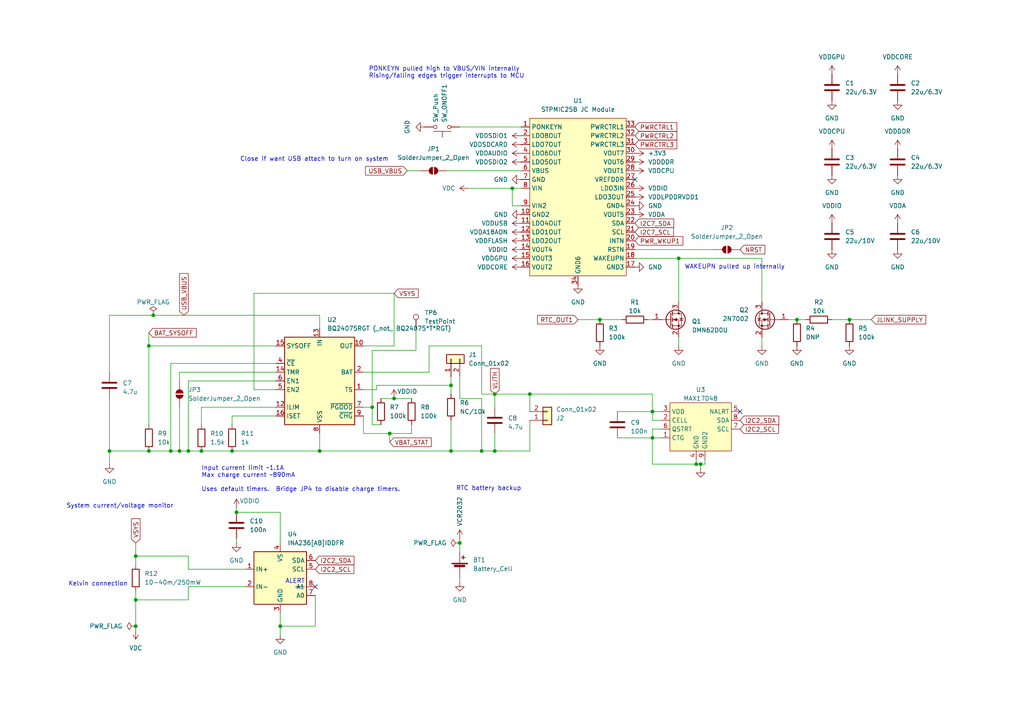
<source format=kicad_sch>
(kicad_sch (version 20250114) (generator "eeschema") (generator_version "9.0")
  (paper "A4")
  (lib_symbols
    (symbol "Battery_Management:BQ24075RGT"
      (property "Reference" "U" (at -8.89 13.97 0))
      (property "Value" "BQ24075RGT" (at 16.51 13.97 0))
      (symbol "BQ24075RGT_0_1"
        (rectangle (start -10.16 12.7) (end 10.16 -12.7) (stroke (width 0.254)) (fill (type background)))
      )
      (symbol "BQ24075RGT_1_1"
        (pin input line (at -12.7 10.16 0) (length 2.54) (name "SYSOFF") (number "15"))
        (pin input line (at -12.7 5.08 0) (length 2.54) (name "~{CE}") (number "4"))
        (pin input line (at -12.7 2.54 0) (length 2.54) (name "TMR") (number "14"))
        (pin input line (at -12.7 0 0) (length 2.54) (name "EN1") (number "6"))
        (pin input line (at -12.7 -2.54 0) (length 2.54) (name "EN2") (number "5"))
        (pin passive line (at -12.7 -7.62 0) (length 2.54) (name "ILIM") (number "12"))
        (pin passive line (at -12.7 -10.16 0) (length 2.54) (name "ISET") (number "16"))
        (pin power_in line (at 0 15.24 270) (length 2.54) (name "IN") (number "13"))
        (pin passive line (at 0 -15.24 90) (length 2.54) (hide yes) (name "VSS") (number "17"))
        (pin power_in line (at 0 -15.24 90) (length 2.54) (name "VSS") (number "8"))
        (pin power_out line (at 12.7 10.16 180) (length 2.54) (name "OUT") (number "10"))
        (pin passive line (at 12.7 10.16 180) (length 2.54) (hide yes) (name "OUT") (number "11"))
        (pin power_out line (at 12.7 2.54 180) (length 2.54) (name "BAT") (number "2"))
        (pin passive line (at 12.7 2.54 180) (length 2.54) (hide yes) (name "BAT") (number "3"))
        (pin passive line (at 12.7 -2.54 180) (length 2.54) (name "TS") (number "1"))
        (pin open_collector line (at 12.7 -7.62 180) (length 2.54) (name "~{PGOOD}") (number "7"))
        (pin open_collector line (at 12.7 -10.16 180) (length 2.54) (name "~{CHG}") (number "9"))
      )
    )
    (symbol "Connector:TestPoint" (pin_numbers (hide yes)) (pin_names (offset 0.762) (hide yes))
      (property "Reference" "TP" (at 0 6.858 0))
      (property "Value" "TestPoint" (at 0 5.08 0))
      (symbol "TestPoint_0_1"
        (circle (center 0 3.302) (radius 0.762))
      )
      (symbol "TestPoint_1_1"
        (pin passive line (at 0 0 90) (length 2.54) (name "1") (number "1"))
      )
    )
    (symbol "Connector_Generic:Conn_01x02" (pin_names (offset 1.016) (hide yes))
      (property "Reference" "J" (at 0 2.54 0))
      (property "Value" "Conn_01x02" (at 0 -5.08 0))
      (symbol "Conn_01x02_1_1"
        (rectangle (start -1.27 1.27) (end 1.27 -3.81) (stroke (width 0.254)) (fill (type background)))
        (rectangle (start -1.27 0.127) (end 0 -0.127) (stroke (width 0.1524)))
        (rectangle (start -1.27 -2.413) (end 0 -2.667) (stroke (width 0.1524)))
        (pin passive line (at -5.08 0 0) (length 3.81) (name "Pin_1") (number "1"))
        (pin passive line (at -5.08 -2.54 0) (length 3.81) (name "Pin_2") (number "2"))
      )
    )
    (symbol "Device:Battery_Cell" (pin_numbers (hide yes)) (pin_names (offset 0) (hide yes))
      (property "Reference" "BT" (at 2.54 2.54 0))
      (property "Value" "Battery_Cell" (at 2.54 0 0))
      (symbol "Battery_Cell_0_1"
        (rectangle (start -2.286 1.778) (end 2.286 1.524) (fill (type outline)))
        (rectangle (start -1.5748 1.1938) (end 1.4732 0.6858) (fill (type outline)))
        (polyline (pts (xy 0 1.778) (xy 0 2.54)))
        (polyline (pts (xy 0 0.762) (xy 0 0)))
        (polyline (pts (xy 0.508 3.429) (xy 1.524 3.429)) (stroke (width 0.254)))
        (polyline (pts (xy 1.016 3.937) (xy 1.016 2.921)) (stroke (width 0.254)))
      )
      (symbol "Battery_Cell_1_1"
        (pin passive line (at 0 5.08 270) (length 2.54) (name "+") (number "1"))
        (pin passive line (at 0 -2.54 90) (length 2.54) (name "-") (number "2"))
      )
    )
    (symbol "Device:C" (pin_numbers (hide yes)) (pin_names (offset 0.254))
      (property "Reference" "C" (at 0.635 2.54 0))
      (property "Value" "C" (at 0.635 -2.54 0))
      (symbol "C_0_1"
        (polyline (pts (xy -2.032 0.762) (xy 2.032 0.762)) (stroke (width 0.508)))
        (polyline (pts (xy -2.032 -0.762) (xy 2.032 -0.762)) (stroke (width 0.508)))
      )
      (symbol "C_1_1"
        (pin passive line (at 0 3.81 270) (length 2.794) (name "~") (number "1"))
        (pin passive line (at 0 -3.81 90) (length 2.794) (name "~") (number "2"))
      )
    )
    (symbol "Device:R" (pin_numbers (hide yes)) (pin_names (offset 0))
      (property "Reference" "R" (at 2.032 0 90))
      (property "Value" "R" (at 0 0 90))
      (symbol "R_0_1"
        (rectangle (start -1.016 -2.54) (end 1.016 2.54) (stroke (width 0.254)))
      )
      (symbol "R_1_1"
        (pin passive line (at 0 3.81 270) (length 1.27) (name "~") (number "1"))
        (pin passive line (at 0 -3.81 90) (length 1.27) (name "~") (number "2"))
      )
    )
    (symbol "Jumper:SolderJumper_2_Open" (pin_numbers (hide yes)) (pin_names (offset 0) (hide yes)) (exclude_from_sim yes) (in_bom no)
      (property "Reference" "JP" (at 0 2.032 0))
      (property "Value" "SolderJumper_2_Open" (at 0 -2.54 0))
      (symbol "SolderJumper_2_Open_0_1"
        (polyline (pts (xy -0.254 1.016) (xy -0.254 -1.016)))
        (arc (start -0.254 -1.016) (mid -1.2656 0) (end -0.254 1.016))
        (arc (start -0.254 -1.016) (mid -1.2656 0) (end -0.254 1.016) (fill (type outline)))
        (arc (start 0.254 1.016) (mid 1.2656 0) (end 0.254 -1.016))
        (arc (start 0.254 1.016) (mid 1.2656 0) (end 0.254 -1.016) (fill (type outline)))
        (polyline (pts (xy 0.254 1.016) (xy 0.254 -1.016)))
      )
      (symbol "SolderJumper_2_Open_1_1"
        (pin passive line (at -3.81 0 0) (length 2.54) (name "A") (number "1"))
        (pin passive line (at 3.81 0 180) (length 2.54) (name "B") (number "2"))
      )
    )
    (symbol "Sensor_Energy:INA219AxDCN"
      (property "Reference" "U" (at -6.35 8.89 0))
      (property "Value" "INA219AxDCN" (at 6.35 8.89 0))
      (symbol "INA219AxDCN_0_1"
        (rectangle (start -7.62 7.62) (end 7.62 -7.62) (stroke (width 0.254)) (fill (type background)))
      )
      (symbol "INA219AxDCN_1_1"
        (pin input line (at -10.16 2.54 0) (length 2.54) (name "IN+") (number "1"))
        (pin input line (at -10.16 -2.54 0) (length 2.54) (name "IN-") (number "2"))
        (pin power_in line (at 0 10.16 270) (length 2.54) (name "VS") (number "4"))
        (pin power_in line (at 0 -10.16 90) (length 2.54) (name "GND") (number "3"))
        (pin bidirectional line (at 10.16 5.08 180) (length 2.54) (name "SDA") (number "6"))
        (pin input line (at 10.16 2.54 180) (length 2.54) (name "SCL") (number "5"))
        (pin input line (at 10.16 -2.54 180) (length 2.54) (name "A1") (number "8"))
        (pin input line (at 10.16 -5.08 180) (length 2.54) (name "A0") (number "7"))
      )
    )
    (symbol "Switch:SW_Push" (pin_numbers (hide yes)) (pin_names (offset 1.016) (hide yes))
      (property "Reference" "SW" (at 1.27 2.54 0))
      (property "Value" "SW_Push" (at 0 -1.524 0))
      (symbol "SW_Push_0_1"
        (circle (center -2.032 0) (radius 0.508))
        (polyline (pts (xy 0 1.27) (xy 0 3.048)))
        (circle (center 2.032 0) (radius 0.508))
        (polyline (pts (xy 2.54 1.27) (xy -2.54 1.27)))
        (pin passive line (at -5.08 0 0) (length 2.54) (name "1") (number "1"))
        (pin passive line (at 5.08 0 180) (length 2.54) (name "2") (number "2"))
      )
    )
    (symbol "Transistor_FET:2N7002" (pin_names (hide yes))
      (property "Reference" "Q" (at 5.08 1.905 0))
      (property "Value" "2N7002" (at 5.08 0 0))
      (symbol "2N7002_0_1"
        (polyline (pts (xy 0.254 1.905) (xy 0.254 -1.905)) (stroke (width 0.254)))
        (polyline (pts (xy 0.254 0) (xy -2.54 0)))
        (polyline (pts (xy 0.762 2.286) (xy 0.762 1.27)) (stroke (width 0.254)))
        (polyline (pts (xy 0.762 0.508) (xy 0.762 -0.508)) (stroke (width 0.254)))
        (polyline (pts (xy 0.762 -1.27) (xy 0.762 -2.286)) (stroke (width 0.254)))
        (polyline (pts (xy 0.762 -1.778) (xy 3.302 -1.778) (xy 3.302 1.778) (xy 0.762 1.778)))
        (polyline (pts (xy 1.016 0) (xy 2.032 0.381) (xy 2.032 -0.381) (xy 1.016 0)) (fill (type outline)))
        (circle (center 1.651 0) (radius 2.794) (stroke (width 0.254)))
        (polyline (pts (xy 2.54 2.54) (xy 2.54 1.778)))
        (circle (center 2.54 1.778) (radius 0.254) (fill (type outline)))
        (circle (center 2.54 -1.778) (radius 0.254) (fill (type outline)))
        (polyline (pts (xy 2.54 -2.54) (xy 2.54 0) (xy 0.762 0)))
        (polyline (pts (xy 2.794 0.508) (xy 2.921 0.381) (xy 3.683 0.381) (xy 3.81 0.254)))
        (polyline (pts (xy 3.302 0.381) (xy 2.921 -0.254) (xy 3.683 -0.254) (xy 3.302 0.381)))
      )
      (symbol "2N7002_1_1"
        (pin input line (at -5.08 0 0) (length 2.54) (name "G") (number "1"))
        (pin passive line (at 2.54 5.08 270) (length 2.54) (name "D") (number "3"))
        (pin passive line (at 2.54 -5.08 90) (length 2.54) (name "S") (number "2"))
      )
    )
    (symbol "gk-syms:MAX17048"
      (property "Reference" "U" (at 0 3.81 0))
      (property "Value" "MAX17048" (at 0 1.27 0))
      (symbol "MAX17048_1_1"
        (rectangle (start -8.89 -2.54) (end 8.89 -16.51) (fill (type background)))
        (pin power_in line (at -11.43 -5.08 0) (length 2.54) (name "VDD") (number "3"))
        (pin power_in line (at -11.43 -7.62 0) (length 2.54) (name "CELL") (number "2"))
        (pin input line (at -11.43 -10.16 0) (length 2.54) (name "QSTRT") (number "6"))
        (pin power_in line (at -11.43 -12.7 0) (length 2.54) (name "CTG") (number "1"))
        (pin power_in line (at -1.27 -19.05 90) (length 2.54) (name "GND") (number "4"))
        (pin power_in line (at 1.27 -19.05 90) (length 2.54) (name "GND2") (number "9"))
        (pin open_collector line (at 11.43 -5.08 180) (length 2.54) (name "NALRT") (number "5"))
        (pin open_collector line (at 11.43 -7.62 180) (length 2.54) (name "SDA") (number "8"))
        (pin open_collector line (at 11.43 -10.16 180) (length 2.54) (name "SCL") (number "7"))
      )
    )
    (symbol "jc_pmic:JC_PMIC"
      (property "Reference" "U" (at 0 26.162 0))
      (symbol "JC_PMIC_1_1"
        (rectangle (start -13.97 22.86) (end 13.97 -22.86) (fill (type background)))
        (pin input line (at -16.51 20.32 0) (length 2.54) (name "PONKEYN") (number "1"))
        (pin power_out line (at -16.51 17.78 0) (length 2.54) (name "LDO8OUT") (number "2"))
        (pin power_out line (at -16.51 15.24 0) (length 2.54) (name "LDO7OUT") (number "3"))
        (pin power_out line (at -16.51 12.7 0) (length 2.54) (name "LDO6OUT") (number "4"))
        (pin power_out line (at -16.51 10.16 0) (length 2.54) (name "LDO5OUT") (number "5"))
        (pin power_in line (at -16.51 7.62 0) (length 2.54) (name "VBUS") (number "6"))
        (pin power_in line (at -16.51 5.08 0) (length 2.54) (name "GND") (number "7"))
        (pin power_in line (at -16.51 2.54 0) (length 2.54) (name "VIN") (number "8"))
        (pin power_in line (at -16.51 -2.54 0) (length 2.54) (name "VIN2") (number "9"))
        (pin power_in line (at -16.51 -5.08 0) (length 2.54) (name "GND2") (number "10"))
        (pin power_out line (at -16.51 -7.62 0) (length 2.54) (name "LDO4OUT") (number "11"))
        (pin power_out line (at -16.51 -10.16 0) (length 2.54) (name "LDO1OUT") (number "12"))
        (pin power_out line (at -16.51 -12.7 0) (length 2.54) (name "LDO2OUT") (number "13"))
        (pin power_out line (at -16.51 -15.24 0) (length 2.54) (name "VOUT4") (number "14"))
        (pin power_out line (at -16.51 -17.78 0) (length 2.54) (name "VOUT3") (number "15"))
        (pin power_out line (at -16.51 -20.32 0) (length 2.54) (name "VOUT2") (number "16"))
        (pin power_in line (at 0 -25.4 90) (length 2.54) (name "GND6") (number "34"))
        (pin input line (at 16.51 20.32 180) (length 2.54) (name "PWRCTRL1") (number "33"))
        (pin input line (at 16.51 17.78 180) (length 2.54) (name "PWRCTRL2") (number "32"))
        (pin input line (at 16.51 15.24 180) (length 2.54) (name "PWRCTRL3") (number "31"))
        (pin power_out line (at 16.51 12.7 180) (length 2.54) (name "VOUT7") (number "30"))
        (pin power_out line (at 16.51 10.16 180) (length 2.54) (name "VOUT6") (number "29"))
        (pin power_out line (at 16.51 7.62 180) (length 2.54) (name "VOUT1") (number "28"))
        (pin power_out line (at 16.51 5.08 180) (length 2.54) (name "VREFDDR") (number "27"))
        (pin power_in line (at 16.51 2.54 180) (length 2.54) (name "LDO3IN") (number "26"))
        (pin power_out line (at 16.51 0 180) (length 2.54) (name "LDO3OUT") (number "25"))
        (pin input line (at 16.51 -2.54 180) (length 2.54) (name "GND4") (number "24"))
        (pin power_out line (at 16.51 -5.08 180) (length 2.54) (name "VOUT5") (number "23"))
        (pin bidirectional line (at 16.51 -7.62 180) (length 2.54) (name "SDA") (number "22"))
        (pin input line (at 16.51 -10.16 180) (length 2.54) (name "SCL") (number "21"))
        (pin output line (at 16.51 -12.7 180) (length 2.54) (name "INTN") (number "20"))
        (pin bidirectional line (at 16.51 -15.24 180) (length 2.54) (name "RSTN") (number "19"))
        (pin input line (at 16.51 -17.78 180) (length 2.54) (name "WAKEUPN") (number "18"))
        (pin power_in line (at 16.51 -20.32 180) (length 2.54) (name "GND3") (number "17"))
      )
    )
    (symbol "power:+3V3" (power) (pin_numbers (hide yes)) (pin_names (offset 0) (hide yes))
      (property "Value" "+3V3" (at 0 3.556 0))
      (symbol "+3V3_0_1"
        (polyline (pts (xy -0.762 1.27) (xy 0 2.54)))
        (polyline (pts (xy 0 2.54) (xy 0.762 1.27)))
        (polyline (pts (xy 0 0) (xy 0 2.54)))
      )
      (symbol "+3V3_1_1"
        (pin power_in line (at 0 0 90) (length 0) (name "~") (number "1"))
      )
    )
    (symbol "power:GND" (power) (pin_numbers (hide yes)) (pin_names (offset 0) (hide yes))
      (property "Value" "GND" (at 0 -3.81 0))
      (symbol "GND_0_1"
        (polyline (pts (xy 0 0) (xy 0 -1.27) (xy 1.27 -1.27) (xy 0 -2.54) (xy -1.27 -1.27) (xy 0 -1.27)))
      )
      (symbol "GND_1_1"
        (pin power_in line (at 0 0 270) (length 0) (name "~") (number "1"))
      )
    )
    (symbol "power:PWR_FLAG" (power) (pin_numbers (hide yes)) (pin_names (offset 0) (hide yes))
      (property "Value" "PWR_FLAG" (at 0 3.81 0))
      (symbol "PWR_FLAG_0_0"
        (pin power_out line (at 0 0 90) (length 0) (name "pwr") (number "1"))
      )
      (symbol "PWR_FLAG_0_1"
        (polyline (pts (xy 0 0) (xy 0 1.27) (xy -1.016 1.905) (xy 0 2.54) (xy 1.016 1.905) (xy 0 1.27)))
      )
    )
    (symbol "power:VDC" (power) (pin_numbers (hide yes)) (pin_names (offset 0) (hide yes))
      (property "Value" "VDC" (at 0 3.556 0))
      (symbol "VDC_0_1"
        (polyline (pts (xy -0.762 1.27) (xy 0 2.54)))
        (polyline (pts (xy 0 2.54) (xy 0.762 1.27)))
        (polyline (pts (xy 0 0) (xy 0 2.54)))
      )
      (symbol "VDC_1_1"
        (pin power_in line (at 0 0 90) (length 0) (name "~") (number "1"))
      )
    )
    (symbol "power:VDD" (power) (pin_numbers (hide yes)) (pin_names (offset 0) (hide yes))
      (property "Value" "VDD" (at 0 3.556 0))
      (symbol "VDD_0_1"
        (polyline (pts (xy -0.762 1.27) (xy 0 2.54)))
        (polyline (pts (xy 0 2.54) (xy 0.762 1.27)))
        (polyline (pts (xy 0 0) (xy 0 2.54)))
      )
      (symbol "VDD_1_1"
        (pin power_in line (at 0 0 90) (length 0) (name "~") (number "1"))
      )
    )
    (symbol "power:VDDA" (power) (pin_numbers (hide yes)) (pin_names (offset 0) (hide yes))
      (property "Value" "VDDA" (at 0 3.556 0))
      (symbol "VDDA_0_1"
        (polyline (pts (xy -0.762 1.27) (xy 0 2.54)))
        (polyline (pts (xy 0 2.54) (xy 0.762 1.27)))
        (polyline (pts (xy 0 0) (xy 0 2.54)))
      )
      (symbol "VDDA_1_1"
        (pin power_in line (at 0 0 90) (length 0) (name "~") (number "1"))
      )
    )
  )
  (text "System current/voltage monitor" (at 34.798 146.812 0) (effects (font (size 1.27 1.27))))
  (text "Input current limit ~1.1A\nMax charge current ~890mA\n\nUses default timers.  Bridge JP4 to disable charge timers." (at 58.42 138.938 0) (effects (font (size 1.27 1.27)) (justify left)))
  (text "RTC battery backup" (at 141.732 141.732 0) (effects (font (size 1.27 1.27))))
  (text "ALERT" (at 85.598 168.656 0) (effects (font (size 1.27 1.27))))
  (text "PONKEYN pulled high to VBUS/VIN internally\nRising/falling edges trigger interrupts to MCU" (at 106.934 21.082 0) (effects (font (size 1.27 1.27)) (justify left)))
  (text "WAKEUPN pulled up internally" (at 213.106 77.47 0) (effects (font (size 1.27 1.27))))
  (text "Kelvin connection" (at 28.448 169.418 0) (effects (font (size 1.27 1.27))))
  (text "Close if want USB attach to turn on system" (at 91.186 46.228 0) (effects (font (size 1.27 1.27))))
  (junction (at 43.18 100.33))
  (junction (at 189.23 127))
  (junction (at 201.93 134.62))
  (junction (at 39.37 181.61))
  (junction (at 54.61 130.81))
  (junction (at 139.7 130.81))
  (junction (at 143.51 130.81))
  (junction (at 203.2 134.62))
  (junction (at 130.81 111.76))
  (junction (at 31.75 130.81))
  (junction (at 68.58 148.59))
  (junction (at 49.53 130.81))
  (junction (at 43.18 130.81))
  (junction (at 114.3 115.57))
  (junction (at 189.23 119.38))
  (junction (at 81.28 181.61))
  (junction (at 246.38 92.71))
  (junction (at 231.14 92.71))
  (junction (at 44.45 91.44))
  (junction (at 143.51 114.3))
  (junction (at 67.31 130.81))
  (junction (at 52.07 130.81))
  (junction (at 107.95 118.11))
  (junction (at 173.99 92.71))
  (junction (at 39.37 161.29))
  (junction (at 130.81 130.81))
  (junction (at 148.59 54.61))
  (junction (at 39.37 173.99))
  (junction (at 153.67 114.3))
  (junction (at 58.42 130.81))
  (junction (at 92.71 130.81))
  (junction (at 133.35 157.48))
  (junction (at 113.03 125.73))
  (junction (at 196.85 74.93))
  (no_connect (at 214.63 119.38))
  (no_connect (at 184.15 52.07))
  (no_connect (at 91.44 170.18))
  (wire (pts (xy 52.07 110.49) (xy 52.07 107.95)))
  (wire (pts (xy 135.89 54.61) (xy 148.59 54.61)))
  (wire (pts (xy 91.44 181.61) (xy 81.28 181.61)))
  (wire (pts (xy 120.65 95.25) (xy 120.65 101.6)))
  (wire (pts (xy 203.2 134.62) (xy 203.2 135.89)))
  (wire (pts (xy 54.61 173.99) (xy 39.37 173.99)))
  (wire (pts (xy 143.51 130.81) (xy 153.67 130.81)))
  (wire (pts (xy 189.23 119.38) (xy 191.77 119.38)))
  (wire (pts (xy 109.22 113.03) (xy 105.41 113.03)))
  (wire (pts (xy 68.58 157.48) (xy 68.58 156.21)))
  (wire (pts (xy 231.14 92.71) (xy 233.68 92.71)))
  (wire (pts (xy 107.95 123.19) (xy 110.49 123.19)))
  (wire (pts (xy 252.73 92.71) (xy 246.38 92.71)))
  (wire (pts (xy 71.12 165.1) (xy 54.61 165.1)))
  (wire (pts (xy 153.67 114.3) (xy 153.67 119.38)))
  (wire (pts (xy 191.77 127) (xy 189.23 127)))
  (wire (pts (xy 71.12 170.18) (xy 54.61 170.18)))
  (wire (pts (xy 201.93 134.62) (xy 203.2 134.62)))
  (wire (pts (xy 133.35 167.64) (xy 133.35 168.91)))
  (wire (pts (xy 39.37 181.61) (xy 39.37 182.88)))
  (wire (pts (xy 80.01 110.49) (xy 54.61 110.49)))
  (wire (pts (xy 133.35 109.22) (xy 133.35 115.57)))
  (wire (pts (xy 148.59 59.69) (xy 148.59 54.61)))
  (wire (pts (xy 110.49 115.57) (xy 114.3 115.57)))
  (wire (pts (xy 44.45 91.44) (xy 31.75 91.44)))
  (wire (pts (xy 133.35 36.83) (xy 151.13 36.83)))
  (wire (pts (xy 31.75 91.44) (xy 31.75 107.95)))
  (wire (pts (xy 52.07 130.81) (xy 54.61 130.81)))
  (wire (pts (xy 80.01 105.41) (xy 49.53 105.41)))
  (wire (pts (xy 151.13 59.69) (xy 148.59 59.69)))
  (wire (pts (xy 54.61 161.29) (xy 39.37 161.29)))
  (wire (pts (xy 109.22 111.76) (xy 109.22 113.03)))
  (wire (pts (xy 148.59 54.61) (xy 151.13 54.61)))
  (wire (pts (xy 201.93 133.35) (xy 201.93 134.62)))
  (wire (pts (xy 113.03 125.73) (xy 113.03 128.27)))
  (wire (pts (xy 189.23 127) (xy 189.23 134.62)))
  (wire (pts (xy 139.7 114.3) (xy 143.51 114.3)))
  (wire (pts (xy 139.7 130.81) (xy 143.51 130.81)))
  (wire (pts (xy 80.01 113.03) (xy 73.66 113.03)))
  (wire (pts (xy 39.37 157.48) (xy 39.37 161.29)))
  (wire (pts (xy 143.51 125.73) (xy 143.51 130.81)))
  (wire (pts (xy 73.66 85.09) (xy 114.3 85.09)))
  (wire (pts (xy 179.07 119.38) (xy 189.23 119.38)))
  (wire (pts (xy 189.23 121.92) (xy 189.23 119.38)))
  (wire (pts (xy 187.96 92.71) (xy 189.23 92.71)))
  (wire (pts (xy 220.98 97.79) (xy 220.98 100.33)))
  (wire (pts (xy 105.41 120.65) (xy 105.41 125.73)))
  (wire (pts (xy 31.75 130.81) (xy 31.75 134.62)))
  (wire (pts (xy 107.95 101.6) (xy 120.65 101.6)))
  (wire (pts (xy 109.22 111.76) (xy 130.81 111.76)))
  (wire (pts (xy 92.71 125.73) (xy 92.71 130.81)))
  (wire (pts (xy 80.01 118.11) (xy 58.42 118.11)))
  (wire (pts (xy 81.28 157.48) (xy 81.28 148.59)))
  (wire (pts (xy 31.75 130.81) (xy 43.18 130.81)))
  (wire (pts (xy 139.7 100.33) (xy 139.7 114.3)))
  (wire (pts (xy 49.53 105.41) (xy 49.53 130.81)))
  (wire (pts (xy 58.42 130.81) (xy 67.31 130.81)))
  (wire (pts (xy 105.41 118.11) (xy 107.95 118.11)))
  (wire (pts (xy 92.71 91.44) (xy 92.71 95.25)))
  (wire (pts (xy 39.37 173.99) (xy 39.37 181.61)))
  (wire (pts (xy 179.07 127) (xy 189.23 127)))
  (wire (pts (xy 54.61 170.18) (xy 54.61 173.99)))
  (wire (pts (xy 129.54 49.53) (xy 151.13 49.53)))
  (wire (pts (xy 130.81 130.81) (xy 139.7 130.81)))
  (wire (pts (xy 114.3 115.57) (xy 119.38 115.57)))
  (wire (pts (xy 246.38 92.71) (xy 241.3 92.71)))
  (wire (pts (xy 52.07 107.95) (xy 80.01 107.95)))
  (wire (pts (xy 167.64 92.71) (xy 173.99 92.71)))
  (wire (pts (xy 220.98 74.93) (xy 196.85 74.93)))
  (wire (pts (xy 80.01 100.33) (xy 43.18 100.33)))
  (wire (pts (xy 44.45 91.44) (xy 92.71 91.44)))
  (wire (pts (xy 143.51 114.3) (xy 153.67 114.3)))
  (wire (pts (xy 107.95 118.11) (xy 107.95 101.6)))
  (wire (pts (xy 81.28 177.8) (xy 81.28 181.61)))
  (wire (pts (xy 220.98 87.63) (xy 220.98 74.93)))
  (wire (pts (xy 54.61 130.81) (xy 58.42 130.81)))
  (wire (pts (xy 118.11 49.53) (xy 121.92 49.53)))
  (polyline (pts (xy 85.725 170.18) (xy 88.265 170.18)))
  (wire (pts (xy 80.01 120.65) (xy 67.31 120.65)))
  (wire (pts (xy 81.28 148.59) (xy 68.58 148.59)))
  (wire (pts (xy 124.46 107.95) (xy 124.46 100.33)))
  (wire (pts (xy 191.77 124.46) (xy 189.23 124.46)))
  (wire (pts (xy 191.77 121.92) (xy 189.23 121.92)))
  (wire (pts (xy 196.85 74.93) (xy 196.85 87.63)))
  (wire (pts (xy 39.37 171.45) (xy 39.37 173.99)))
  (wire (pts (xy 107.95 118.11) (xy 107.95 123.19)))
  (wire (pts (xy 81.28 181.61) (xy 81.28 184.15)))
  (wire (pts (xy 153.67 121.92) (xy 153.67 130.81)))
  (wire (pts (xy 54.61 165.1) (xy 54.61 161.29)))
  (wire (pts (xy 204.47 134.62) (xy 203.2 134.62)))
  (wire (pts (xy 173.99 92.71) (xy 180.34 92.71)))
  (wire (pts (xy 133.35 156.21) (xy 133.35 157.48)))
  (wire (pts (xy 92.71 130.81) (xy 130.81 130.81)))
  (wire (pts (xy 130.81 111.76) (xy 130.81 109.22)))
  (wire (pts (xy 139.7 115.57) (xy 139.7 130.81)))
  (wire (pts (xy 68.58 148.59) (xy 68.58 147.32)))
  (wire (pts (xy 133.35 157.48) (xy 133.35 160.02)))
  (wire (pts (xy 204.47 133.35) (xy 204.47 134.62)))
  (wire (pts (xy 58.42 118.11) (xy 58.42 123.19)))
  (wire (pts (xy 196.85 74.93) (xy 184.15 74.93)))
  (wire (pts (xy 67.31 120.65) (xy 67.31 123.19)))
  (wire (pts (xy 114.3 85.09) (xy 114.3 100.33)))
  (wire (pts (xy 189.23 119.38) (xy 189.23 114.3)))
  (wire (pts (xy 52.07 118.11) (xy 52.07 130.81)))
  (wire (pts (xy 189.23 134.62) (xy 201.93 134.62)))
  (wire (pts (xy 114.3 100.33) (xy 105.41 100.33)))
  (wire (pts (xy 153.67 114.3) (xy 189.23 114.3)))
  (wire (pts (xy 43.18 100.33) (xy 43.18 123.19)))
  (wire (pts (xy 73.66 113.03) (xy 73.66 85.09)))
  (wire (pts (xy 130.81 121.92) (xy 130.81 130.81)))
  (wire (pts (xy 105.41 107.95) (xy 124.46 107.95)))
  (wire (pts (xy 196.85 97.79) (xy 196.85 100.33)))
  (wire (pts (xy 228.6 92.71) (xy 231.14 92.71)))
  (wire (pts (xy 43.18 96.52) (xy 43.18 100.33)))
  (wire (pts (xy 184.15 72.39) (xy 207.01 72.39)))
  (wire (pts (xy 105.41 125.73) (xy 113.03 125.73)))
  (wire (pts (xy 39.37 161.29) (xy 39.37 163.83)))
  (wire (pts (xy 133.35 115.57) (xy 139.7 115.57)))
  (wire (pts (xy 91.44 172.72) (xy 91.44 181.61)))
  (wire (pts (xy 130.81 111.76) (xy 130.81 114.3)))
  (wire (pts (xy 124.46 100.33) (xy 139.7 100.33)))
  (wire (pts (xy 49.53 130.81) (xy 52.07 130.81)))
  (wire (pts (xy 31.75 115.57) (xy 31.75 130.81)))
  (wire (pts (xy 54.61 110.49) (xy 54.61 130.81)))
  (wire (pts (xy 43.18 130.81) (xy 49.53 130.81)))
  (wire (pts (xy 189.23 124.46) (xy 189.23 127)))
  (wire (pts (xy 67.31 130.81) (xy 92.71 130.81)))
  (wire (pts (xy 143.51 114.3) (xy 143.51 118.11)))
  (wire (pts (xy 113.03 125.73) (xy 119.38 125.73)))
  (wire (pts (xy 119.38 125.73) (xy 119.38 123.19)))
  (global_label "I2C7_SCL" (shape input) (at 184.15 67.31 0) (property "Intersheetrefs" "${INTERSHEET_REFS}" (effects (hide yes))))
  (global_label "VSYS" (shape input) (at 114.3 85.09 0) (property "Intersheetrefs" "${INTERSHEET_REFS}" (effects (hide yes))))
  (global_label "VLITH" (shape input) (at 143.51 114.3 90) (property "Intersheetrefs" "${INTERSHEET_REFS}" (effects (hide yes))))
  (global_label "RTC_OUT1" (shape input) (at 167.64 92.71 180) (property "Intersheetrefs" "${INTERSHEET_REFS}" (effects (hide yes))))
  (global_label "VSYS" (shape input) (at 39.37 157.48 90) (property "Intersheetrefs" "${INTERSHEET_REFS}" (effects (hide yes))))
  (global_label "USB_VBUS" (shape input) (at 118.11 49.53 180) (property "Intersheetrefs" "${INTERSHEET_REFS}" (effects (hide yes))))
  (global_label "PWRCTRL2" (shape input) (at 184.15 39.37 0) (property "Intersheetrefs" "${INTERSHEET_REFS}" (effects (hide yes))))
  (global_label "VBAT_STAT" (shape input) (at 113.03 128.27 0) (property "Intersheetrefs" "${INTERSHEET_REFS}" (effects (hide yes))))
  (global_label "I2C2_SCL" (shape input) (at 91.44 165.1 0) (property "Intersheetrefs" "${INTERSHEET_REFS}" (effects (hide yes))))
  (global_label "PWRCTRL1" (shape input) (at 184.15 36.83 0) (property "Intersheetrefs" "${INTERSHEET_REFS}" (effects (hide yes))))
  (global_label "I2C2_SDA" (shape input) (at 91.44 162.56 0) (property "Intersheetrefs" "${INTERSHEET_REFS}" (effects (hide yes))))
  (global_label "I2C7_SDA" (shape input) (at 184.15 64.77 0) (property "Intersheetrefs" "${INTERSHEET_REFS}" (effects (hide yes))))
  (global_label "I2C2_SDA" (shape input) (at 214.63 121.92 0) (property "Intersheetrefs" "${INTERSHEET_REFS}" (effects (hide yes))))
  (global_label "PWR_WKUP1" (shape input) (at 184.15 69.85 0) (property "Intersheetrefs" "${INTERSHEET_REFS}" (effects (hide yes))))
  (global_label "PWRCTRL3" (shape input) (at 184.15 41.91 0) (property "Intersheetrefs" "${INTERSHEET_REFS}" (effects (hide yes))))
  (global_label "JLINK_SUPPLY" (shape input) (at 252.73 92.71 0) (property "Intersheetrefs" "${INTERSHEET_REFS}" (effects (hide yes))))
  (global_label "USB_VBUS" (shape input) (at 53.34 91.44 90) (property "Intersheetrefs" "${INTERSHEET_REFS}" (effects (hide yes))))
  (global_label "I2C2_SCL" (shape input) (at 214.63 124.46 0) (property "Intersheetrefs" "${INTERSHEET_REFS}" (effects (hide yes))))
  (global_label "BAT_SYSOFF" (shape input) (at 43.18 96.52 0) (property "Intersheetrefs" "${INTERSHEET_REFS}" (effects (hide yes))))
  (global_label "NRST" (shape input) (at 214.63 72.39 0) (property "Intersheetrefs" "${INTERSHEET_REFS}" (effects (hide yes))))
  (symbol (lib_id "power:VDD") (at 114.3 115.57 0) (unit 1)
    (property "Reference" "#PWR045" (effects (hide yes)))
    (property "Value" "VDDIO" (at 118.11 113.538 0))
    (property "Description" "Power symbol creates a global label with name \"VDD\"" (effects (hide yes)))
  )
  (symbol (lib_id "Device:R") (at 173.99 96.52 0) (mirror y) (unit 1)
    (property "Reference" "R3" (at 176.53 95.2499 0) (effects (justify right)))
    (property "Value" "100k" (at 176.53 97.7899 0) (effects (justify right)))
    (property "Footprint" "Resistor_SMD:R_0603_1608Metric" (effects (hide yes)))
  )
  (symbol (lib_id "power:GND") (at 81.28 184.15 0) (unit 1)
    (property "Reference" "#PWR053" (effects (hide yes)))
    (property "Value" "GND" (at 81.28 189.23 0))
    (property "Description" "Power symbol creates a global label with name \"GND\" , ground" (effects (hide yes)))
  )
  (symbol (lib_id "power:VDD") (at 151.13 72.39 90) (unit 1)
    (property "Reference" "#PWR033" (effects (hide yes)))
    (property "Value" "VDDIO" (at 147.32 72.3899 90) (effects (justify left)))
    (property "Description" "Power symbol creates a global label with name \"VDD\"" (effects (hide yes)))
  )
  (symbol (lib_id "power:GND") (at 151.13 52.07 270) (unit 1)
    (property "Reference" "#PWR021" (effects (hide yes)))
    (property "Value" "GND" (at 147.32 52.0699 90) (effects (justify right)))
    (property "Description" "Power symbol creates a global label with name \"GND\" , ground" (effects (hide yes)))
  )
  (symbol (lib_id "Device:C") (at 241.3 46.99 0) (unit 1)
    (property "Reference" "C3" (at 245.11 45.7199 0) (effects (justify left)))
    (property "Value" "22u/6.3V" (at 245.11 48.2599 0) (effects (justify left)))
    (property "Footprint" "Capacitor_SMD:C_0603_1608Metric" (effects (hide yes)))
    (property "Description" "Unpolarized capacitor" (effects (hide yes)))
  )
  (symbol (lib_id "power:GND") (at 241.3 29.21 0) (unit 1)
    (property "Reference" "#PWR07" (effects (hide yes)))
    (property "Value" "GND" (at 241.3 34.29 0))
    (property "Description" "Power symbol creates a global label with name \"GND\" , ground" (effects (hide yes)))
  )
  (symbol (lib_id "power:GND") (at 196.85 100.33 0) (unit 1)
    (property "Reference" "#PWR041" (effects (hide yes)))
    (property "Value" "GND" (at 196.85 105.41 0))
    (property "Description" "Power symbol creates a global label with name \"GND\" , ground" (effects (hide yes)))
  )
  (symbol (lib_id "power:VDDA") (at 184.15 62.23 270) (unit 1)
    (property "Reference" "#PWR027" (effects (hide yes)))
    (property "Value" "VDDA" (at 187.96 62.2299 90) (effects (justify left)))
    (property "Description" "Power symbol creates a global label with name \"VDDA\"" (effects (hide yes)))
  )
  (symbol (lib_id "Device:R") (at 246.38 96.52 0) (mirror y) (unit 1)
    (property "Reference" "R5" (at 248.92 95.2499 0) (effects (justify right)))
    (property "Value" "100k" (at 248.92 97.7899 0) (effects (justify right)))
    (property "Footprint" "Resistor_SMD:R_0603_1608Metric" (effects (hide yes)))
  )
  (symbol (lib_id "Device:R") (at 58.42 127 180) (unit 1)
    (property "Reference" "R10" (at 60.96 125.7299 0) (effects (justify right)))
    (property "Value" "1.5k" (at 60.96 128.2699 0) (effects (justify right)))
    (property "Footprint" "Resistor_SMD:R_0603_1608Metric" (effects (hide yes)))
  )
  (symbol (lib_id "power:VDD") (at 151.13 64.77 90) (unit 1)
    (property "Reference" "#PWR028" (effects (hide yes)))
    (property "Value" "VDDUSB" (at 147.32 64.7699 90) (effects (justify left)))
    (property "Description" "Power symbol creates a global label with name \"VDD\"" (effects (hide yes)))
  )
  (symbol (lib_id "power:GND") (at 173.99 100.33 0) (unit 1)
    (property "Reference" "#PWR040" (effects (hide yes)))
    (property "Value" "GND" (at 173.99 105.41 0))
    (property "Description" "Power symbol creates a global label with name \"GND\" , ground" (effects (hide yes)))
  )
  (symbol (lib_id "power:VDD") (at 151.13 67.31 90) (unit 1)
    (property "Reference" "#PWR031" (effects (hide yes)))
    (property "Value" "VDDA18AON" (at 147.32 67.3099 90) (effects (justify left)))
    (property "Description" "Power symbol creates a global label with name \"VDD\"" (effects (hide yes)))
  )
  (symbol (lib_id "Device:C") (at 241.3 68.58 0) (unit 1)
    (property "Reference" "C5" (at 245.11 67.3099 0) (effects (justify left)))
    (property "Value" "22u/10V" (at 245.11 69.8499 0) (effects (justify left)))
    (property "Footprint" "Capacitor_SMD:C_0805_2012Metric" (effects (hide yes)))
    (property "Description" "Unpolarized capacitor" (effects (hide yes)))
  )
  (symbol (lib_id "Device:R") (at 67.31 127 180) (unit 1)
    (property "Reference" "R11" (at 69.85 125.7299 0) (effects (justify right)))
    (property "Value" "1k" (at 69.85 128.2699 0) (effects (justify right)))
    (property "Footprint" "Resistor_SMD:R_0603_1608Metric" (effects (hide yes)))
  )
  (symbol (lib_id "power:VDD") (at 184.15 54.61 270) (unit 1)
    (property "Reference" "#PWR023" (effects (hide yes)))
    (property "Value" "VDDIO" (at 187.96 54.6099 90) (effects (justify left)))
    (property "Description" "Power symbol creates a global label with name \"VDD\"" (effects (hide yes)))
  )
  (symbol (lib_id "power:VDD") (at 184.15 49.53 270) (unit 1)
    (property "Reference" "#PWR018" (effects (hide yes)))
    (property "Value" "VDDCPU" (at 187.96 49.5299 90) (effects (justify left)))
    (property "Description" "Power symbol creates a global label with name \"VDD\"" (effects (hide yes)))
  )
  (symbol (lib_id "power:GND") (at 123.19 36.83 270) (mirror x) (unit 1)
    (property "Reference" "#PWR09" (effects (hide yes)))
    (property "Value" "GND" (at 118.11 36.83 0))
    (property "Description" "Power symbol creates a global label with name \"GND\" , ground" (effects (hide yes)))
  )
  (symbol (lib_id "Device:R") (at 39.37 167.64 0) (unit 1)
    (property "Reference" "R12" (at 41.91 166.3699 0) (effects (justify left)))
    (property "Value" "10-40m/250mW" (at 41.91 168.9099 0) (effects (justify left)))
    (property "Footprint" "Resistor_SMD:R_1206_3216Metric" (effects (hide yes)))
    (property "Description" "Resistor" (effects (hide yes)))
  )
  (symbol (lib_id "power:GND") (at 31.75 134.62 0) (unit 1)
    (property "Reference" "#PWR046" (effects (hide yes)))
    (property "Value" "GND" (at 31.75 139.7 0))
    (property "Description" "Power symbol creates a global label with name \"GND\" , ground" (effects (hide yes)))
  )
  (symbol (lib_id "Device:Battery_Cell") (at 133.35 165.1 0) (unit 1)
    (property "Reference" "BT1" (at 137.16 162.433 0) (effects (justify left)))
    (property "Value" "Battery_Cell" (at 137.16 164.973 0) (effects (justify left)))
    (property "Footprint" "Battery:BatteryHolder_Keystone_3002_1x2032" (effects (hide yes)))
  )
  (symbol (lib_id "power:GND") (at 184.15 77.47 90) (unit 1)
    (property "Reference" "#PWR038" (effects (hide yes)))
    (property "Value" "GND" (at 187.96 77.4699 90) (effects (justify right)))
    (property "Description" "Power symbol creates a global label with name \"GND\" , ground" (effects (hide yes)))
  )
  (symbol (lib_id "Transistor_FET:2N7002") (at 223.52 92.71 0) (mirror y) (unit 1)
    (property "Reference" "Q2" (at 217.17 89.916 0) (effects (justify left)))
    (property "Value" "2N7002" (at 217.17 92.456 0) (effects (justify left)))
    (property "Footprint" "Package_TO_SOT_SMD:SOT-23" (effects (hide yes)))
    (property "Datasheet" "https://www.onsemi.com/pub/Collateral/NDS7002A-D.PDF" (effects (hide yes)))
    (property "Description" "0.115A Id, 60V Vds, N-Channel MOSFET, SOT-23" (effects (hide yes)))
  )
  (symbol (lib_id "power:GND") (at 151.13 62.23 270) (unit 1)
    (property "Reference" "#PWR026" (effects (hide yes)))
    (property "Value" "GND" (at 147.32 62.2299 90) (effects (justify right)))
    (property "Description" "Power symbol creates a global label with name \"GND\" , ground" (effects (hide yes)))
  )
  (symbol (lib_id "Device:R") (at 184.15 92.71 270) (mirror x) (unit 1)
    (property "Reference" "R1" (at 184.15 87.63 90))
    (property "Value" "10k" (at 184.15 90.17 90))
    (property "Footprint" "Resistor_SMD:R_0603_1608Metric" (effects (hide yes)))
  )
  (symbol (lib_id "Device:C") (at 68.58 152.4 0) (unit 1)
    (property "Reference" "C10" (at 72.39 151.1299 0) (effects (justify left)))
    (property "Value" "100n" (at 72.39 153.6699 0) (effects (justify left)))
    (property "Footprint" "Capacitor_SMD:C_0603_1608Metric" (effects (hide yes)))
    (property "Description" "Unpolarized capacitor" (effects (hide yes)))
  )
  (symbol (lib_id "Transistor_FET:2N7002") (at 194.31 92.71 0) (unit 1)
    (property "Reference" "Q1" (at 200.66 93.218 0) (effects (justify left)))
    (property "Value" "DMN62D0U" (at 200.66 95.758 0) (effects (justify left)))
    (property "Footprint" "Package_TO_SOT_SMD:SOT-23" (effects (hide yes)))
    (property "Datasheet" "https://www.onsemi.com/pub/Collateral/NDS7002A-D.PDF" (effects (hide yes)))
    (property "Description" "0.115A Id, 60V Vds, N-Channel MOSFET, SOT-23" (effects (hide yes)))
  )
  (symbol (lib_id "power:GND") (at 260.35 50.8 0) (unit 1)
    (property "Reference" "#PWR020" (effects (hide yes)))
    (property "Value" "GND" (at 260.35 55.88 0))
    (property "Description" "Power symbol creates a global label with name \"GND\" , ground" (effects (hide yes)))
  )
  (symbol (lib_id "power:GND") (at 246.38 100.33 0) (unit 1)
    (property "Reference" "#PWR044" (effects (hide yes)))
    (property "Value" "GND" (at 246.38 105.41 0))
    (property "Description" "Power symbol creates a global label with name \"GND\" , ground" (effects (hide yes)))
  )
  (symbol (lib_id "Device:R") (at 119.38 119.38 180) (unit 1)
    (property "Reference" "R8" (at 121.92 118.1099 0) (effects (justify right)))
    (property "Value" "100k" (at 121.92 120.6499 0) (effects (justify right)))
    (property "Footprint" "Resistor_SMD:R_0603_1608Metric" (effects (hide yes)))
  )
  (symbol (lib_id "power:PWR_FLAG") (at 39.37 181.61 90) (unit 1)
    (property "Reference" "#FLG03" (effects (hide yes)))
    (property "Value" "PWR_FLAG" (at 35.56 181.6099 90) (effects (justify left)))
    (property "Description" "Special symbol for telling ERC where power comes from" (effects (hide yes)))
  )
  (symbol (lib_id "power:GND") (at 260.35 29.21 0) (unit 1)
    (property "Reference" "#PWR08" (effects (hide yes)))
    (property "Value" "GND" (at 260.35 34.29 0))
    (property "Description" "Power symbol creates a global label with name \"GND\" , ground" (effects (hide yes)))
  )
  (symbol (lib_id "power:GND") (at 231.14 100.33 0) (mirror y) (unit 1)
    (property "Reference" "#PWR043" (effects (hide yes)))
    (property "Value" "GND" (at 231.14 105.41 0))
    (property "Description" "Power symbol creates a global label with name \"GND\" , ground" (effects (hide yes)))
  )
  (symbol (lib_id "power:+3V3") (at 184.15 44.45 270) (unit 1)
    (property "Reference" "#PWR015" (effects (hide yes)))
    (property "Value" "+3V3" (at 187.96 44.4499 90) (effects (justify left)))
    (property "Description" "Power symbol creates a global label with name \"+3V3\"" (effects (hide yes)))
  )
  (symbol (lib_id "power:VDD") (at 260.35 43.18 0) (unit 1)
    (property "Reference" "#PWR013" (effects (hide yes)))
    (property "Value" "VDDDDR" (at 260.35 38.1 0))
    (property "Description" "Power symbol creates a global label with name \"VDD\"" (effects (hide yes)))
  )
  (symbol (lib_id "Battery_Management:BQ24075RGT") (at 92.71 110.49 0) (unit 1)
    (property "Reference" "U2" (at 94.9041 92.71 0) (effects (justify left)))
    (property "Value" "BQ24075RGT (_not_ BQ24075*T*RGT)" (at 94.9041 95.25 0) (effects (justify left)))
    (property "Footprint" "Package_DFN_QFN:VQFN-16-1EP_3x3mm_P0.5mm_EP1.6x1.6mm" (effects (hide yes)))
    (property "Datasheet" "http://www.ti.com/lit/ds/symlink/bq24075.pdf" (effects (hide yes)))
    (property "Description" "USB-Friendly Li-Ion Battery Charger and Power-Path Management, VQFN-16" (effects (hide yes)))
  )
  (symbol (lib_id "Device:C") (at 241.3 25.4 0) (unit 1)
    (property "Reference" "C1" (at 245.11 24.1299 0) (effects (justify left)))
    (property "Value" "22u/6.3V" (at 245.11 26.6699 0) (effects (justify left)))
    (property "Footprint" "Capacitor_SMD:C_0603_1608Metric" (effects (hide yes)))
    (property "Description" "Unpolarized capacitor" (effects (hide yes)))
  )
  (symbol (lib_id "power:VDD") (at 151.13 46.99 90) (unit 1)
    (property "Reference" "#PWR016" (effects (hide yes)))
    (property "Value" "VDDSDIO2" (at 147.32 46.9899 90) (effects (justify left)))
    (property "Description" "Power symbol creates a global label with name \"VDD\"" (effects (hide yes)))
  )
  (symbol (lib_id "power:VDD") (at 184.15 57.15 270) (unit 1)
    (property "Reference" "#PWR024" (effects (hide yes)))
    (property "Value" "VDDLPDDRVDD1" (at 187.96 57.1499 90) (effects (justify left)))
    (property "Description" "Power symbol creates a global label with name \"VDD\"" (effects (hide yes)))
  )
  (symbol (lib_id "Connector:TestPoint") (at 120.65 95.25 0) (unit 1)
    (property "Reference" "TP6" (at 123.19 90.6779 0) (effects (justify left)))
    (property "Value" "TestPoint" (at 123.19 93.2179 0) (effects (justify left)))
    (property "Footprint" "TestPoint:TestPoint_Pad_D1.0mm" (effects (hide yes)))
    (property "Description" "test point" (effects (hide yes)))
  )
  (symbol (lib_id "power:VDD") (at 151.13 77.47 90) (unit 1)
    (property "Reference" "#PWR037" (effects (hide yes)))
    (property "Value" "VDDCORE" (at 147.32 77.4699 90) (effects (justify left)))
    (property "Description" "Power symbol creates a global label with name \"VDD\"" (effects (hide yes)))
  )
  (symbol (lib_id "power:VDC") (at 39.37 182.88 180) (unit 1)
    (property "Reference" "#PWR052" (effects (hide yes)))
    (property "Value" "VDC" (at 39.37 187.96 0))
    (property "Description" "Power symbol creates a global label with name \"VDC\"" (effects (hide yes)))
  )
  (symbol (lib_id "power:PWR_FLAG") (at 133.35 157.48 90) (unit 1)
    (property "Reference" "#FLG02" (effects (hide yes)))
    (property "Value" "PWR_FLAG" (at 129.54 157.4799 90) (effects (justify left)))
    (property "Description" "Special symbol for telling ERC where power comes from" (effects (hide yes)))
  )
  (symbol (lib_id "Connector_Generic:Conn_01x02") (at 158.75 121.92 0) (mirror x) (unit 1)
    (property "Reference" "J2" (at 161.29 121.285 0) (effects (justify left)))
    (property "Value" "Conn_01x02" (at 161.29 118.745 0) (effects (justify left)))
    (property "Footprint" "Connector_JST:JST_PH_B2B-PH-K_1x02_P2.00mm_Vertical" (effects (hide yes)))
  )
  (symbol (lib_id "power:VDD") (at 241.3 21.59 0) (unit 1)
    (property "Reference" "#PWR012" (effects (hide yes)))
    (property "Value" "VDDGPU" (at 241.3 16.51 0))
    (property "Description" "Power symbol creates a global label with name \"VDD\"" (effects (hide yes)))
  )
  (symbol (lib_id "Switch:SW_Push") (at 128.27 36.83 0) (mirror x) (unit 1)
    (property "Reference" "SW_ONOFF1" (at 128.905 35.56 90) (effects (justify right)))
    (property "Value" "SW_Push" (at 126.365 35.56 90) (effects (justify right)))
    (property "Footprint" "Button_Switch_THT:SW_Tactile_SKHH_Angled" (effects (hide yes)))
  )
  (symbol (lib_id "Device:R") (at 110.49 119.38 180) (unit 1)
    (property "Reference" "R7" (at 113.03 118.1099 0) (effects (justify right)))
    (property "Value" "100k" (at 113.03 120.6499 0) (effects (justify right)))
    (property "Footprint" "Resistor_SMD:R_0603_1608Metric" (effects (hide yes)))
  )
  (symbol (lib_id "Device:C") (at 143.51 121.92 0) (unit 1)
    (property "Reference" "C8" (at 147.32 121.285 0) (effects (justify left)))
    (property "Value" "4.7u" (at 147.32 123.825 0) (effects (justify left)))
    (property "Footprint" "Capacitor_SMD:C_0805_2012Metric" (effects (hide yes)))
  )
  (symbol (lib_id "power:VDD") (at 151.13 41.91 90) (unit 1)
    (property "Reference" "#PWR011" (effects (hide yes)))
    (property "Value" "VDDSDCARD" (at 147.32 41.9099 90) (effects (justify left)))
    (property "Description" "Power symbol creates a global label with name \"VDD\"" (effects (hide yes)))
  )
  (symbol (lib_id "Device:R") (at 237.49 92.71 90) (unit 1)
    (property "Reference" "R2" (at 237.49 87.63 90))
    (property "Value" "10k" (at 237.49 90.17 90))
    (property "Footprint" "Resistor_SMD:R_0603_1608Metric" (effects (hide yes)))
  )
  (symbol (lib_id "power:GND") (at 241.3 50.8 0) (unit 1)
    (property "Reference" "#PWR019" (effects (hide yes)))
    (property "Value" "GND" (at 241.3 55.88 0))
    (property "Description" "Power symbol creates a global label with name \"GND\" , ground" (effects (hide yes)))
  )
  (symbol (lib_id "Device:C") (at 260.35 68.58 0) (unit 1)
    (property "Reference" "C6" (at 264.16 67.3099 0) (effects (justify left)))
    (property "Value" "22u/10V" (at 264.16 69.8499 0) (effects (justify left)))
    (property "Footprint" "Capacitor_SMD:C_0805_2012Metric" (effects (hide yes)))
    (property "Description" "Unpolarized capacitor" (effects (hide yes)))
  )
  (symbol (lib_id "power:VDC") (at 135.89 54.61 90) (unit 1)
    (property "Reference" "#PWR022" (effects (hide yes)))
    (property "Value" "VDC" (at 132.08 54.6099 90) (effects (justify left)))
    (property "Description" "Power symbol creates a global label with name \"VDC\"" (effects (hide yes)))
  )
  (symbol (lib_id "power:VDD") (at 241.3 43.18 0) (unit 1)
    (property "Reference" "#PWR05" (effects (hide yes)))
    (property "Value" "VDDCPU" (at 241.3 38.1 0))
    (property "Description" "Power symbol creates a global label with name \"VDD\"" (effects (hide yes)))
  )
  (symbol (lib_id "power:GND") (at 260.35 72.39 0) (unit 1)
    (property "Reference" "#PWR035" (effects (hide yes)))
    (property "Value" "GND" (at 260.35 77.47 0))
    (property "Description" "Power symbol creates a global label with name \"GND\" , ground" (effects (hide yes)))
  )
  (symbol (lib_id "power:VDD") (at 184.15 46.99 270) (unit 1)
    (property "Reference" "#PWR017" (effects (hide yes)))
    (property "Value" "VDDDDR" (at 187.96 46.9899 90) (effects (justify left)))
    (property "Description" "Power symbol creates a global label with name \"VDD\"" (effects (hide yes)))
  )
  (symbol (lib_id "gk-syms:MAX17048") (at 203.2 114.3 0) (unit 1)
    (property "Reference" "U3" (at 203.2 113.03 0))
    (property "Value" "MAX17048" (at 203.2 115.57 0))
    (property "Footprint" "Package_DFN_QFN:TDFN-8-1EP_2x2mm_P0.5mm_EP0.8x1.2mm" (effects (hide yes)))
  )
  (symbol (lib_id "power:GND") (at 167.64 82.55 0) (unit 1)
    (property "Reference" "#PWR039" (effects (hide yes)))
    (property "Value" "GND" (at 167.64 87.63 0))
    (property "Description" "Power symbol creates a global label with name \"GND\" , ground" (effects (hide yes)))
  )
  (symbol (lib_id "power:VDD") (at 151.13 74.93 90) (unit 1)
    (property "Reference" "#PWR036" (effects (hide yes)))
    (property "Value" "VDDGPU" (at 147.32 74.9299 90) (effects (justify left)))
    (property "Description" "Power symbol creates a global label with name \"VDD\"" (effects (hide yes)))
  )
  (symbol (lib_id "Device:C") (at 31.75 111.76 0) (unit 1)
    (property "Reference" "C7" (at 35.56 111.125 0) (effects (justify left)))
    (property "Value" "4.7u" (at 35.56 113.665 0) (effects (justify left)))
    (property "Footprint" "Capacitor_SMD:C_0805_2012Metric" (effects (hide yes)))
  )
  (symbol (lib_id "Device:R") (at 43.18 127 180) (unit 1)
    (property "Reference" "R9" (at 45.72 125.7299 0) (effects (justify right)))
    (property "Value" "10k" (at 45.72 128.2699 0) (effects (justify right)))
    (property "Footprint" "Resistor_SMD:R_0603_1608Metric" (effects (hide yes)))
  )
  (symbol (lib_id "power:GND") (at 220.98 100.33 0) (mirror y) (unit 1)
    (property "Reference" "#PWR042" (effects (hide yes)))
    (property "Value" "GND" (at 220.98 105.41 0))
    (property "Description" "Power symbol creates a global label with name \"GND\" , ground" (effects (hide yes)))
  )
  (symbol (lib_id "power:VDD") (at 260.35 21.59 0) (unit 1)
    (property "Reference" "#PWR06" (effects (hide yes)))
    (property "Value" "VDDCORE" (at 260.35 16.51 0))
    (property "Description" "Power symbol creates a global label with name \"VDD\"" (effects (hide yes)))
  )
  (symbol (lib_id "Device:C") (at 260.35 46.99 0) (unit 1)
    (property "Reference" "C4" (at 264.16 45.7199 0) (effects (justify left)))
    (property "Value" "22u/6.3V" (at 264.16 48.2599 0) (effects (justify left)))
    (property "Footprint" "Capacitor_SMD:C_0603_1608Metric" (effects (hide yes)))
    (property "Description" "Unpolarized capacitor" (effects (hide yes)))
  )
  (symbol (lib_id "power:VDD") (at 241.3 64.77 0) (unit 1)
    (property "Reference" "#PWR029" (effects (hide yes)))
    (property "Value" "VDDIO" (at 241.3 59.69 0))
    (property "Description" "Power symbol creates a global label with name \"VDD\"" (effects (hide yes)))
  )
  (symbol (lib_id "power:GND") (at 184.15 59.69 90) (unit 1)
    (property "Reference" "#PWR025" (effects (hide yes)))
    (property "Value" "GND" (at 187.96 59.6899 90) (effects (justify right)))
    (property "Description" "Power symbol creates a global label with name \"GND\" , ground" (effects (hide yes)))
  )
  (symbol (lib_id "Sensor_Energy:INA219AxDCN") (at 81.28 167.64 0) (unit 1)
    (property "Reference" "U4" (at 83.4233 154.94 0) (effects (justify left)))
    (property "Value" "INA236[AB]IDDFR" (at 83.4233 157.48 0) (effects (justify left)))
    (property "Footprint" "Package_TO_SOT_SMD:SOT-23-8" (effects (hide yes)))
    (property "Datasheet" "http://www.ti.com/lit/ds/symlink/ina219.pdf" (effects (hide yes)))
    (property "Description" "Zero-Drift, Bidirectional Current/Power Monitor (0-26V) With I2C Interface, SOT-23-8" (effects (hide yes)))
  )
  (symbol (lib_id "power:PWR_FLAG") (at 44.45 91.44 0) (unit 1)
    (property "Reference" "#FLG01" (effects (hide yes)))
    (property "Value" "PWR_FLAG" (at 44.45 87.63 0))
  )
  (symbol (lib_id "jc_pmic:JC_PMIC") (at 167.64 57.15 0) (unit 1)
    (property "Reference" "U1" (at 167.64 29.21 0))
    (property "Value" "STPMIC25B JC Module" (at 167.64 31.75 0))
    (property "Footprint" "jc_pmic:jc_pmic" (effects (hide yes)))
  )
  (symbol (lib_id "Device:C") (at 260.35 25.4 0) (unit 1)
    (property "Reference" "C2" (at 264.16 24.1299 0) (effects (justify left)))
    (property "Value" "22u/6.3V" (at 264.16 26.6699 0) (effects (justify left)))
    (property "Footprint" "Capacitor_SMD:C_0603_1608Metric" (effects (hide yes)))
    (property "Description" "Unpolarized capacitor" (effects (hide yes)))
  )
  (symbol (lib_id "power:VDDA") (at 260.35 64.77 0) (unit 1)
    (property "Reference" "#PWR030" (effects (hide yes)))
    (property "Value" "VDDA" (at 260.35 59.69 0))
    (property "Description" "Power symbol creates a global label with name \"VDDA\"" (effects (hide yes)))
  )
  (symbol (lib_id "power:GND") (at 241.3 72.39 0) (unit 1)
    (property "Reference" "#PWR034" (effects (hide yes)))
    (property "Value" "GND" (at 241.3 77.47 0))
    (property "Description" "Power symbol creates a global label with name \"GND\" , ground" (effects (hide yes)))
  )
  (symbol (lib_id "power:VDD") (at 133.35 156.21 0) (unit 1)
    (property "Reference" "#PWR049" (effects (hide yes)))
    (property "Value" "VCR2032" (at 133.35 144.018 90) (effects (justify right)))
    (property "Description" "Power symbol creates a global label with name \"VDD\"" (effects (hide yes)))
  )
  (symbol (lib_id "Device:C") (at 179.07 123.19 0) (unit 1)
    (property "Reference" "C9" (at 182.88 122.555 0) (effects (justify left)))
    (property "Value" "100n" (at 182.88 125.095 0) (effects (justify left)))
    (property "Footprint" "Capacitor_SMD:C_0603_1608Metric" (effects (hide yes)))
  )
  (symbol (lib_id "power:VDD") (at 68.58 147.32 0) (unit 1)
    (property "Reference" "#PWR048" (effects (hide yes)))
    (property "Value" "VDDIO" (at 72.39 145.288 0))
    (property "Description" "Power symbol creates a global label with name \"VDD\"" (effects (hide yes)))
  )
  (symbol (lib_id "Device:R") (at 231.14 96.52 180) (unit 1)
    (property "Reference" "R4" (at 233.68 95.2499 0) (effects (justify right)))
    (property "Value" "DNP" (at 233.68 97.7899 0) (effects (justify right)))
    (property "Footprint" "Resistor_SMD:R_0603_1608Metric" (effects (hide yes)))
  )
  (symbol (lib_id "power:VDD") (at 151.13 39.37 90) (unit 1)
    (property "Reference" "#PWR010" (effects (hide yes)))
    (property "Value" "VDDSDIO1" (at 147.32 39.3699 90) (effects (justify left)))
    (property "Description" "Power symbol creates a global label with name \"VDD\"" (effects (hide yes)))
  )
  (symbol (lib_id "power:GND") (at 203.2 135.89 0) (unit 1)
    (property "Reference" "#PWR047" (effects (hide yes)))
    (property "Value" "GND" (effects (hide yes)))
    (property "Description" "Power symbol creates a global label with name \"GND\" , ground" (effects (hide yes)))
  )
  (symbol (lib_id "Jumper:SolderJumper_2_Open") (at 125.73 49.53 0) (unit 1) (in_bom no)
    (property "Reference" "JP1" (at 125.73 43.18 0))
    (property "Value" "SolderJumper_2_Open" (at 125.73 45.72 0))
    (property "Footprint" "Jumper:SolderJumper-2_P1.3mm_Open_TrianglePad1.0x1.5mm" (effects (hide yes)))
    (property "Description" "Solder Jumper, 2-pole, open" (effects (hide yes)))
  )
  (symbol (lib_id "Jumper:SolderJumper_2_Open") (at 210.82 72.39 0) (unit 1) (in_bom no)
    (property "Reference" "JP2" (at 210.82 66.04 0))
    (property "Value" "SolderJumper_2_Open" (at 210.82 68.58 0))
    (property "Footprint" "Jumper:SolderJumper-2_P1.3mm_Open_TrianglePad1.0x1.5mm" (effects (hide yes)))
    (property "Description" "Solder Jumper, 2-pole, open" (effects (hide yes)))
  )
  (symbol (lib_id "power:GND") (at 68.58 157.48 0) (unit 1)
    (property "Reference" "#PWR050" (effects (hide yes)))
    (property "Value" "GND" (at 68.58 162.56 0))
    (property "Description" "Power symbol creates a global label with name \"GND\" , ground" (effects (hide yes)))
  )
  (symbol (lib_id "power:GND") (at 133.35 168.91 0) (unit 1)
    (property "Reference" "#PWR051" (effects (hide yes)))
    (property "Value" "GND" (at 133.35 173.99 0))
    (property "Description" "Power symbol creates a global label with name \"GND\" , ground" (effects (hide yes)))
  )
  (symbol (lib_id "Device:R") (at 130.81 118.11 180) (unit 1)
    (property "Reference" "R6" (at 133.35 116.8399 0) (effects (justify right)))
    (property "Value" "NC/10k" (at 133.35 119.3799 0) (effects (justify right)))
    (property "Footprint" "Resistor_SMD:R_0603_1608Metric" (effects (hide yes)))
  )
  (symbol (lib_id "Connector_Generic:Conn_01x02") (at 130.81 104.14 90) (unit 1)
    (property "Reference" "J1" (at 135.89 102.8699 90) (effects (justify right)))
    (property "Value" "Conn_01x02" (at 135.89 105.4099 90) (effects (justify right)))
    (property "Footprint" "Connector_JST:JST_XH_B2B-XH-A_1x02_P2.50mm_Vertical" (effects (hide yes)))
  )
  (symbol (lib_id "power:VDD") (at 151.13 69.85 90) (unit 1)
    (property "Reference" "#PWR032" (effects (hide yes)))
    (property "Value" "VDDFLASH" (at 147.32 69.8499 90) (effects (justify left)))
    (property "Description" "Power symbol creates a global label with name \"VDD\"" (effects (hide yes)))
  )
  (symbol (lib_id "Jumper:SolderJumper_2_Open") (at 52.07 114.3 90) (unit 1) (exclude_from_sim yes) (in_bom no)
    (property "Reference" "JP3" (at 54.61 113.0299 90) (effects (justify right)))
    (property "Value" "SolderJumper_2_Open" (at 54.61 115.5699 90) (effects (justify right)))
    (property "Footprint" "Jumper:SolderJumper-2_P1.3mm_Open_Pad1.0x1.5mm" (effects (hide yes)))
    (property "Description" "Solder Jumper, 2-pole, open" (effects (hide yes)))
  )
  (symbol (lib_id "power:VDD") (at 151.13 44.45 90) (unit 1)
    (property "Reference" "#PWR014" (effects (hide yes)))
    (property "Value" "VDDAUDIO" (at 147.32 44.4499 90) (effects (justify left)))
    (property "Description" "Power symbol creates a global label with name \"VDD\"" (effects (hide yes)))
  )
)
</source>
